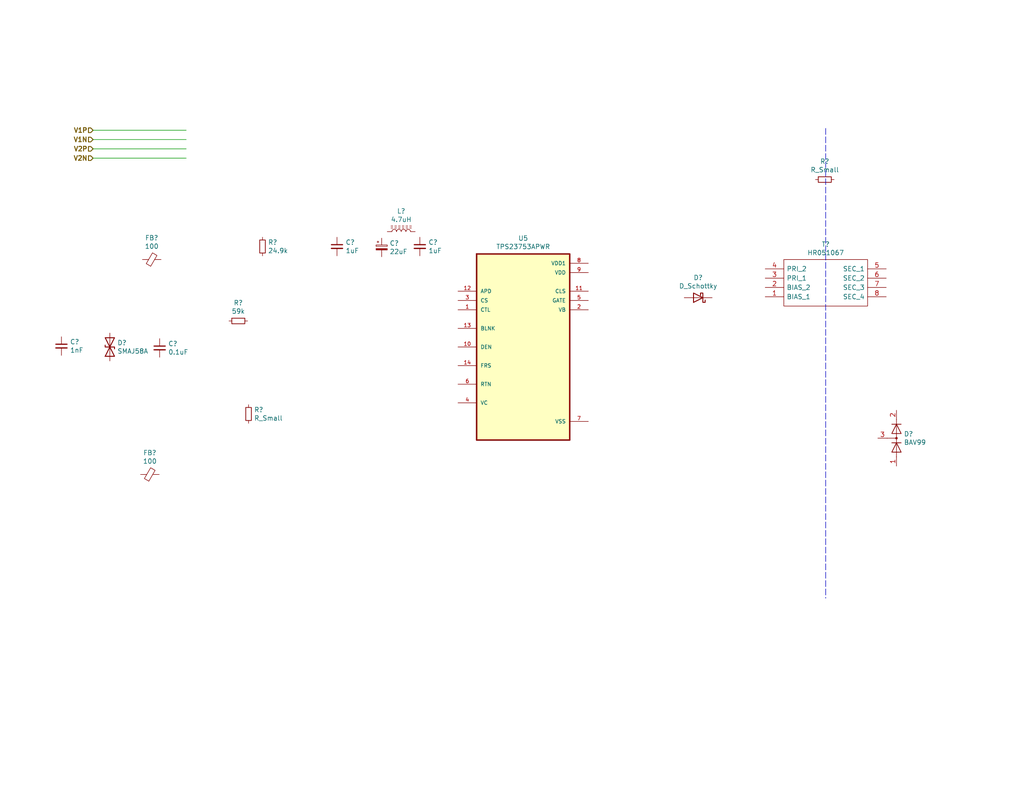
<source format=kicad_sch>
(kicad_sch (version 20201015) (generator eeschema)
  (paper "USLetter")
  (lib_symbols
    (symbol "Device:C_Polarized_Small" (pin_numbers hide) (pin_names (offset 0.254) hide)
      (property "Reference" "C" (at 0.254 1.778 0))
      (property "Value" "C_Polarized_Small" (at 0.254 -2.032 0))
      (symbol "C_Polarized_Small_0_1"
        (rectangle (start -1.524 -0.3048) (end 1.524 -0.6858) (fill (type outline)))
        (rectangle (start -1.524 0.6858) (end 1.524 0.3048))
        (polyline (pts (xy -1.27 1.524) (xy -0.762 1.524)))
        (polyline (pts (xy -1.016 1.27) (xy -1.016 1.778)))
      )
      (symbol "C_Polarized_Small_1_1"
        (pin passive line (at 0 2.54 270) (length 1.8542) (name "~") (number "1"))
        (pin passive line (at 0 -2.54 90) (length 1.8542) (name "~") (number "2"))
      )
    )
    (symbol "Device:C_Small" (pin_numbers hide) (pin_names (offset 0.254) hide)
      (property "Reference" "C" (at 0.254 1.778 0))
      (property "Value" "C_Small" (at 0.254 -2.032 0))
      (symbol "C_Small_0_1"
        (polyline (pts (xy -1.524 -0.508) (xy 1.524 -0.508)) (stroke (width 0.3302)))
        (polyline (pts (xy -1.524 0.508) (xy 1.524 0.508)) (stroke (width 0.3048)))
      )
      (symbol "C_Small_1_1"
        (pin passive line (at 0 2.54 270) (length 2.032) (name "~") (number "1"))
        (pin passive line (at 0 -2.54 90) (length 2.032) (name "~") (number "2"))
      )
    )
    (symbol "Device:D_Schottky" (pin_numbers hide) (pin_names (offset 1.016) hide)
      (property "Reference" "D" (at 0 2.54 0))
      (property "Value" "D_Schottky" (at 0 -2.54 0))
      (symbol "D_Schottky_0_1"
        (polyline (pts (xy 1.27 0) (xy -1.27 0)))
        (polyline (pts (xy 1.27 1.27) (xy 1.27 -1.27) (xy -1.27 0) (xy 1.27 1.27)) (stroke (width 0.254)))
        (polyline (pts (xy -1.905 0.635) (xy -1.905 1.27) (xy -1.27 1.27) (xy -1.27 -1.27) (xy -0.635 -1.27) (xy -0.635 -0.635)) (stroke (width 0.254)))
      )
      (symbol "D_Schottky_1_1"
        (pin passive line (at -3.81 0 0) (length 2.54) (name "K") (number "1"))
        (pin passive line (at 3.81 0 180) (length 2.54) (name "A") (number "2"))
      )
    )
    (symbol "Device:D_TVS" (pin_numbers hide) (pin_names (offset 1.016) hide)
      (property "Reference" "D" (at 0 2.54 0))
      (property "Value" "D_TVS" (at 0 -2.54 0))
      (symbol "D_TVS_0_1"
        (polyline (pts (xy 1.27 0) (xy -1.27 0)))
        (polyline (pts (xy 0.508 1.27) (xy 0 1.27) (xy 0 -1.27) (xy -0.508 -1.27)) (stroke (width 0.254)))
        (polyline (pts (xy -2.54 1.27) (xy -2.54 -1.27) (xy 2.54 1.27) (xy 2.54 -1.27) (xy -2.54 1.27)) (stroke (width 0.254)))
      )
      (symbol "D_TVS_1_1"
        (pin passive line (at -3.81 0 0) (length 2.54) (name "A1") (number "1"))
        (pin passive line (at 3.81 0 180) (length 2.54) (name "A2") (number "2"))
      )
    )
    (symbol "Device:FerriteBead_Small" (pin_numbers hide) (pin_names (offset 0))
      (property "Reference" "FB" (at 1.905 1.27 0))
      (property "Value" "FerriteBead_Small" (at 1.905 -1.27 0))
      (symbol "FerriteBead_Small_0_1"
        (polyline (pts (xy 0 -1.27) (xy 0 -0.7874)))
        (polyline (pts (xy 0 0.889) (xy 0 1.2954)))
        (polyline (pts (xy -1.8288 0.2794) (xy -1.1176 1.4986) (xy 1.8288 -0.2032) (xy 1.1176 -1.4224) (xy -1.8288 0.2794)))
      )
      (symbol "FerriteBead_Small_1_1"
        (pin passive line (at 0 2.54 270) (length 1.27) (name "~") (number "1"))
        (pin passive line (at 0 -2.54 90) (length 1.27) (name "~") (number "2"))
      )
    )
    (symbol "Device:L_Ferrite" (pin_numbers hide) (pin_names (offset 1.016) hide)
      (property "Reference" "L" (at -1.27 0 90))
      (property "Value" "L_Ferrite" (at 2.794 0 90))
      (symbol "L_Ferrite_0_1"
        (arc (start 0 -2.54) (end 0 -1.27) (radius (at 0 -1.905) (length 0.635) (angles -89.9 89.9)))
        (arc (start 0 -1.27) (end 0 0) (radius (at 0 -0.635) (length 0.635) (angles -89.9 89.9)))
        (arc (start 0 0) (end 0 1.27) (radius (at 0 0.635) (length 0.635) (angles -89.9 89.9)))
        (arc (start 0 1.27) (end 0 2.54) (radius (at 0 1.905) (length 0.635) (angles -89.9 89.9)))
        (polyline (pts (xy 1.016 -2.794) (xy 1.016 -2.286)))
        (polyline (pts (xy 1.016 -1.778) (xy 1.016 -1.27)))
        (polyline (pts (xy 1.016 -0.762) (xy 1.016 -0.254)))
        (polyline (pts (xy 1.016 0.254) (xy 1.016 0.762)))
        (polyline (pts (xy 1.016 1.27) (xy 1.016 1.778)))
        (polyline (pts (xy 1.016 2.286) (xy 1.016 2.794)))
        (polyline (pts (xy 1.524 -2.286) (xy 1.524 -2.794)))
        (polyline (pts (xy 1.524 -1.27) (xy 1.524 -1.778)))
        (polyline (pts (xy 1.524 -0.254) (xy 1.524 -0.762)))
        (polyline (pts (xy 1.524 0.762) (xy 1.524 0.254)))
        (polyline (pts (xy 1.524 1.778) (xy 1.524 1.27)))
        (polyline (pts (xy 1.524 2.794) (xy 1.524 2.286)))
      )
      (symbol "L_Ferrite_1_1"
        (pin passive line (at 0 3.81 270) (length 1.27) (name "1") (number "1"))
        (pin passive line (at 0 -3.81 90) (length 1.27) (name "2") (number "2"))
      )
    )
    (symbol "Device:R_Small" (pin_numbers hide) (pin_names (offset 0.254) hide)
      (property "Reference" "R" (at 0.762 0.508 0))
      (property "Value" "R_Small" (at 0.762 -1.016 0))
      (symbol "R_Small_0_1"
        (rectangle (start -0.762 1.778) (end 0.762 -1.778) (stroke (width 0.2032)))
      )
      (symbol "R_Small_1_1"
        (pin passive line (at 0 2.54 270) (length 0.762) (name "~") (number "1"))
        (pin passive line (at 0 -2.54 90) (length 0.762) (name "~") (number "2"))
      )
    )
    (symbol "Diode:BAV99" (pin_names hide)
      (property "Reference" "D" (at 0 5.08 0))
      (property "Value" "BAV99" (at 0 2.54 0))
      (symbol "BAV99_0_1"
        (polyline (pts (xy -5.08 0) (xy 5.08 0)))
      )
      (symbol "BAV99_1_1"
        (circle (center 0 0) (radius 0.254) (fill (type outline)))
        (polyline (pts (xy 0 0) (xy 0 -2.54)))
        (polyline (pts (xy -1.27 -1.27) (xy -1.27 1.27) (xy -1.27 1.27)) (stroke (width 0.2032)))
        (polyline (pts (xy 3.81 1.27) (xy 3.81 -1.27) (xy 3.81 -1.27)) (stroke (width 0.2032)))
        (polyline (pts (xy -3.81 1.27) (xy -1.27 0) (xy -3.81 -1.27) (xy -3.81 1.27) (xy -3.81 1.27) (xy -3.81 1.27)) (stroke (width 0.2032)))
        (polyline (pts (xy 1.27 1.27) (xy 3.81 0) (xy 1.27 -1.27) (xy 1.27 1.27) (xy 1.27 1.27) (xy 1.27 1.27)) (stroke (width 0.2032)))
        (pin passive line (at -7.62 0 0) (length 2.54) (name "K") (number "1"))
        (pin passive line (at 7.62 0 180) (length 2.54) (name "A") (number "2"))
        (pin passive line (at 0 -5.08 90) (length 2.54) (name "K") (number "3"))
      )
    )
    (symbol "HR051067:HR051067" (pin_names (offset 0.762))
      (property "Reference" "T" (at 29.21 7.62 0))
      (property "Value" "HR051067" (at 29.21 5.08 0))
      (symbol "HR051067_0_0"
        (pin passive line (at 0 -7.62 0) (length 5.08) (name "BIAS_1") (number "1"))
        (pin passive line (at 0 -5.08 0) (length 5.08) (name "BIAS_2") (number "2"))
        (pin passive line (at 0 -2.54 0) (length 5.08) (name "PRI_1") (number "3"))
        (pin passive line (at 0 0 0) (length 5.08) (name "PRI_2") (number "4"))
        (pin passive line (at 33.02 0 180) (length 5.08) (name "SEC_1") (number "5"))
        (pin passive line (at 33.02 -2.54 180) (length 5.08) (name "SEC_2") (number "6"))
        (pin passive line (at 33.02 -5.08 180) (length 5.08) (name "SEC_3") (number "7"))
        (pin passive line (at 33.02 -7.62 180) (length 5.08) (name "SEC_4") (number "8"))
      )
      (symbol "HR051067_0_1"
        (polyline (pts (xy 5.08 2.54) (xy 27.94 2.54) (xy 27.94 -10.16) (xy 5.08 -10.16) (xy 5.08 2.54)) (stroke (width 0.1524)))
      )
    )
    (symbol "TPS23753APWR:TPS23753APWR" (pin_names (offset 1.016))
      (property "Reference" "U" (at -12.7 26.3906 0))
      (property "Value" "TPS23753APWR" (at -12.7 -29.3878 0))
      (symbol "TPS23753APWR_0_0"
        (rectangle (start -12.7 -25.4) (end 12.7 25.4) (stroke (width 0.4064)) (fill (type background)))
        (pin input line (at -17.78 15.24 0) (length 5.08) (name "APD") (number "12"))
        (pin input line (at -17.78 12.7 0) (length 5.08) (name "CS") (number "3"))
        (pin input line (at -17.78 10.16 0) (length 5.08) (name "CTL") (number "1"))
        (pin bidirectional line (at -17.78 5.08 0) (length 5.08) (name "BLNK") (number "13"))
        (pin bidirectional line (at -17.78 0 0) (length 5.08) (name "DEN") (number "10"))
        (pin bidirectional line (at -17.78 -5.08 0) (length 5.08) (name "FRS") (number "14"))
        (pin bidirectional line (at -17.78 -10.16 0) (length 5.08) (name "RTN") (number "6"))
        (pin bidirectional line (at -17.78 -15.24 0) (length 5.08) (name "VC") (number "4"))
        (pin power_in line (at 17.78 22.86 180) (length 5.08) (name "VDD1") (number "8"))
        (pin power_in line (at 17.78 20.32 180) (length 5.08) (name "VDD") (number "9"))
        (pin output line (at 17.78 15.24 180) (length 5.08) (name "CLS") (number "11"))
        (pin output line (at 17.78 12.7 180) (length 5.08) (name "GATE") (number "5"))
        (pin output line (at 17.78 10.16 180) (length 5.08) (name "VB") (number "2"))
        (pin power_in line (at 17.78 -20.32 180) (length 5.08) (name "VSS") (number "7"))
      )
    )
  )
  (wire (pts (xy 25.4 35.56) (xy 50.8 35.56)))
  (wire (pts (xy 25.4 38.1) (xy 50.8 38.1)))
  (wire (pts (xy 25.4 40.64) (xy 50.8 40.64)))
  (wire (pts (xy 25.4 43.18) (xy 50.8 43.18)))
  (polyline (pts (xy 225.298 35.052) (xy 225.298 163.322)) (stroke (width 0) (type dash)))
  (hierarchical_label "V1P" (shape input) (at 25.4 35.56 180) (effects (font (thickness 0.254) bold)))
  (hierarchical_label "V1N" (shape input) (at 25.4 38.1 180) (effects (font (thickness 0.254) bold)))
  (hierarchical_label "V2P" (shape input) (at 25.4 40.64 180) (effects (font (thickness 0.254) bold)))
  (hierarchical_label "V2N" (shape input) (at 25.4 43.18 180) (effects (font (thickness 0.254) bold)))
  (symbol (lib_id "Device:R_Small") (at 65.024 87.63 90) (unit 1)
    (property "Reference" "R?" (at 65.024 82.6832 90))
    (property "Value" "59k" (at 65.024 84.9884 90))
  )
  (symbol (lib_id "Device:R_Small") (at 67.818 113.03 0) (unit 1)
    (property "Reference" "R?" (at 69.3167 111.8806 0) (effects (justify left)))
    (property "Value" "R_Small" (at 69.3167 114.1793 0) (effects (justify left)))
  )
  (symbol (lib_id "Device:R_Small") (at 71.628 67.31 0) (unit 1)
    (property "Reference" "R?" (at 73.1267 66.1606 0) (effects (justify left)))
    (property "Value" "24.9k" (at 73.1266 68.453 0) (effects (justify left)))
  )
  (symbol (lib_id "Device:R_Small") (at 225.044 49.022 90) (unit 1)
    (property "Reference" "R?" (at 225.044 44.0752 90))
    (property "Value" "R_Small" (at 225.044 46.3739 90))
  )
  (symbol (lib_id "Device:L_Ferrite") (at 109.474 63.246 90) (unit 1)
    (property "Reference" "L?" (at 109.474 57.6388 90))
    (property "Value" "4.7uH" (at 109.474 59.944 90))
    (property "LCSC" "C1034" (effects hide))
  )
  (symbol (lib_id "Device:C_Polarized_Small") (at 104.14 67.564 0) (unit 1)
    (property "Reference" "C?" (at 106.2991 66.4146 0) (effects (justify left)))
    (property "Value" "22uF" (at 106.299 68.707 0) (effects (justify left)))
  )
  (symbol (lib_id "Device:C_Small") (at 16.764 94.488 0) (unit 1)
    (property "Reference" "C?" (at 19.0882 93.3386 0) (effects (justify left)))
    (property "Value" "1nF" (at 19.1008 95.631 0) (effects (justify left)))
  )
  (symbol (lib_id "Device:C_Small") (at 43.561 94.996 0) (unit 1)
    (property "Reference" "C?" (at 45.8852 93.8466 0) (effects (justify left)))
    (property "Value" "0.1uF" (at 45.8978 96.139 0) (effects (justify left)))
  )
  (symbol (lib_id "Device:C_Small") (at 91.948 67.31 0) (unit 1)
    (property "Reference" "C?" (at 94.2722 66.1606 0) (effects (justify left)))
    (property "Value" "1uF" (at 94.2848 68.453 0) (effects (justify left)))
  )
  (symbol (lib_id "Device:C_Small") (at 114.554 67.31 0) (unit 1)
    (property "Reference" "C?" (at 116.8782 66.1606 0) (effects (justify left)))
    (property "Value" "1uF" (at 116.8908 68.453 0) (effects (justify left)))
  )
  (symbol (lib_id "Device:FerriteBead_Small") (at 40.894 129.54 90) (unit 1)
    (property "Reference" "FB?" (at 40.894 123.628 90))
    (property "Value" "100" (at 40.894 125.9332 90))
    (property "Mfgr" "Sunlord" (effects hide))
    (property "MPN" "GZ2012D101TF" (effects hide))
    (property "LCSC" "C1015" (effects hide))
  )
  (symbol (lib_id "Device:FerriteBead_Small") (at 41.402 70.866 90) (unit 1)
    (property "Reference" "FB?" (at 41.402 64.954 90))
    (property "Value" "100" (at 41.402 67.2592 90))
    (property "Mfgr" "Sunlord" (effects hide))
    (property "MPN" "GZ2012D101TF" (effects hide))
    (property "LCSC" "C1015" (effects hide))
  )
  (symbol (lib_id "Device:D_TVS") (at 29.972 94.742 90) (unit 1)
    (property "Reference" "D?" (at 32.0041 93.5926 90) (effects (justify right)))
    (property "Value" "SMAJ58A" (at 32.004 95.885 90) (effects (justify right)))
    (property "LCSC" "C151246" (effects hide))
  )
  (symbol (lib_id "Device:D_Schottky") (at 190.5 81.28 180) (unit 1)
    (property "Reference" "D?" (at 190.5 75.7998 0))
    (property "Value" "D_Schottky" (at 190.5 78.0985 0))
  )
  (symbol (lib_id "Diode:BAV99") (at 244.602 119.634 270) (mirror x) (unit 1)
    (property "Reference" "D?" (at 246.6087 118.4846 90) (effects (justify left)))
    (property "Value" "BAV99" (at 246.6087 120.7833 90) (effects (justify left)))
    (property "Footprint" "Package_TO_SOT_SMD:SOT-23" (effects hide))
    (property "Datasheet" "https://assets.nexperia.com/documents/data-sheet/BAV99_SER.pdf" (effects hide))
  )
  (symbol (lib_id "HR051067:HR051067") (at 208.788 73.406 0) (unit 1)
    (property "Reference" "T?" (at 225.298 66.7066 0))
    (property "Value" "HR051067" (at 225.298 69.0053 0))
    (property "Footprint" "HR051067" (effects hide))
    (property "Datasheet" "https://datasheet.lcsc.com/szlcsc/Zhongshan-HanRun-Elec-HR051067_C93830.pdf" (effects hide))
    (property "Description" "Power Transformer SMD 8PIN RoHS" (effects hide))
    (property "Height" "10.9" (effects hide))
    (property "Manufacturer_Name" "Hanrun Electronics" (effects hide))
    (property "Manufacturer_Part_Number" "HR051067" (effects hide))
  )
  (symbol (lib_id "TPS23753APWR:TPS23753APWR") (at 142.748 94.742 0) (unit 1)
    (property "Reference" "U5" (at 142.748 65.0556 0))
    (property "Value" "TPS23753APWR" (at 142.748 67.3543 0))
    (property "Footprint" "SOP65P640X120-14N" (effects hide))
  )
)
</source>
